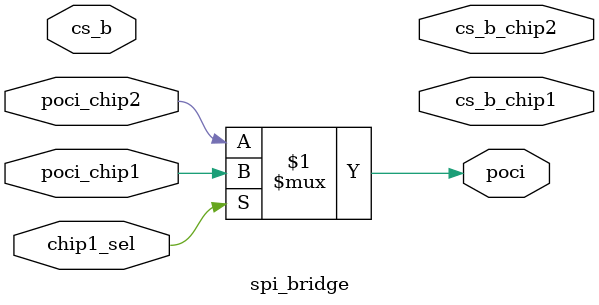
<source format=v>


module spi_bridge (
		   //POCI - Peripheral Out, Controller In
		   input wire 	poci_chip1,
		   input wire 	poci_chip2,
		   output wire poci,

		   input wire cs_b,
		   output wire cs_b_chip1,
		   output wire cs_b_chip2,
		   
		   input wire chip1_sel
		   );

   assign poci = (chip1_sel) ? poci_chip1 : poci_chip2;
   assign cs_b = (chip1_sel) ? cs_b_chip1 : cs_b_chip2;
   

endmodule // spi_bridge

</source>
